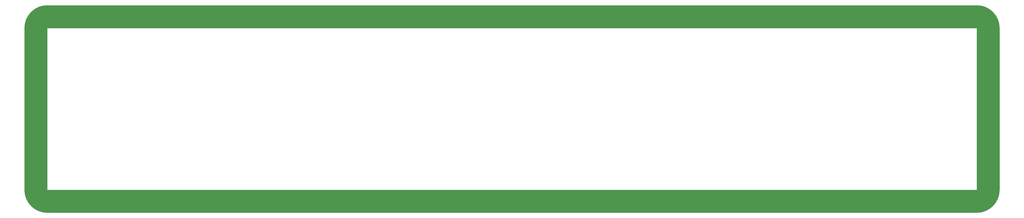
<source format=gbr>
%TF.GenerationSoftware,KiCad,Pcbnew,7.0.9*%
%TF.CreationDate,2023-12-04T18:00:22+00:00*%
%TF.ProjectId,Bezel,42657a65-6c2e-46b6-9963-61645f706362,rev?*%
%TF.SameCoordinates,PX55d4a80PY68e7780*%
%TF.FileFunction,Soldermask,Bot*%
%TF.FilePolarity,Negative*%
%FSLAX46Y46*%
G04 Gerber Fmt 4.6, Leading zero omitted, Abs format (unit mm)*
G04 Created by KiCad (PCBNEW 7.0.9) date 2023-12-04 18:00:22*
%MOMM*%
%LPD*%
G01*
G04 APERTURE LIST*
%TA.AperFunction,Profile*%
%ADD10C,0.100000*%
%TD*%
G04 APERTURE END LIST*
%TA.AperFunction,NonConductor*%
G36*
X418913711Y91236999D02*
G01*
X419105829Y91230961D01*
X419109416Y91230742D01*
X419457743Y91199089D01*
X419719286Y91174366D01*
X419722719Y91173942D01*
X420054824Y91123397D01*
X420328084Y91080116D01*
X420331305Y91079516D01*
X420653925Y91010262D01*
X420929860Y90948582D01*
X420932954Y90947806D01*
X421247653Y90860076D01*
X421522409Y90780252D01*
X421525298Y90779334D01*
X421732638Y90707785D01*
X421832236Y90673416D01*
X422103414Y90575786D01*
X422106118Y90574741D01*
X422404917Y90450974D01*
X422564934Y90381729D01*
X422671985Y90335403D01*
X422963228Y90193596D01*
X423107010Y90120336D01*
X423223305Y90061081D01*
X423504901Y89902260D01*
X423756681Y89753358D01*
X424027784Y89578077D01*
X424248242Y89428254D01*
X424270073Y89413417D01*
X424529823Y89222290D01*
X424761545Y89042548D01*
X425000541Y88843370D01*
X425009110Y88836228D01*
X425229232Y88642164D01*
X425463810Y88421347D01*
X425671346Y88213811D01*
X425892163Y87979233D01*
X426086227Y87759111D01*
X426119502Y87719184D01*
X426292539Y87511555D01*
X426472284Y87279831D01*
X426663416Y87020074D01*
X426828086Y86777769D01*
X427003339Y86506711D01*
X427003351Y86506692D01*
X427152267Y86254889D01*
X427311075Y85973316D01*
X427443595Y85713229D01*
X427585402Y85421986D01*
X427700971Y85154923D01*
X427824736Y84856126D01*
X427825790Y84853401D01*
X427923415Y84582237D01*
X428029329Y84275308D01*
X428030259Y84272381D01*
X428110080Y83997638D01*
X428120657Y83959695D01*
X428197800Y83682969D01*
X428198584Y83679845D01*
X428260274Y83403863D01*
X428329506Y83081345D01*
X428330124Y83078031D01*
X428373418Y82804682D01*
X428423935Y82472761D01*
X428424366Y82469266D01*
X428449095Y82207668D01*
X428480737Y81859460D01*
X428480961Y81855796D01*
X428487004Y81663506D01*
X428499500Y81250000D01*
X428499500Y10000000D01*
X428487004Y9586495D01*
X428480961Y9394206D01*
X428480737Y9390542D01*
X428449095Y9042333D01*
X428424366Y8780736D01*
X428423935Y8777241D01*
X428373418Y8445319D01*
X428330124Y8171971D01*
X428329506Y8168657D01*
X428260274Y7846138D01*
X428198584Y7570157D01*
X428197800Y7567033D01*
X428110083Y7252376D01*
X428030259Y6977621D01*
X428029329Y6974694D01*
X427923415Y6667764D01*
X427825790Y6396601D01*
X427824736Y6393876D01*
X427700971Y6095078D01*
X427585402Y5828015D01*
X427443595Y5536772D01*
X427311075Y5276685D01*
X427152267Y4995112D01*
X427003351Y4743309D01*
X426828087Y4472232D01*
X426663416Y4229927D01*
X426472284Y3970170D01*
X426292534Y3738439D01*
X426086227Y3490890D01*
X425892163Y3270768D01*
X425671346Y3036190D01*
X425463810Y2828654D01*
X425229232Y2607837D01*
X425009110Y2413773D01*
X424761561Y2207466D01*
X424600491Y2082527D01*
X424529830Y2027716D01*
X424270073Y1836584D01*
X424027768Y1671913D01*
X423756691Y1496649D01*
X423504888Y1347733D01*
X423223315Y1188925D01*
X422963228Y1056405D01*
X422671985Y914598D01*
X422404922Y799029D01*
X422106124Y675264D01*
X422103399Y674210D01*
X421832236Y576585D01*
X421525306Y470671D01*
X421522379Y469741D01*
X421247624Y389917D01*
X420932967Y302200D01*
X420929843Y301416D01*
X420653862Y239726D01*
X420331343Y170494D01*
X420328029Y169876D01*
X420054681Y126582D01*
X419722759Y76065D01*
X419719264Y75634D01*
X419457667Y50905D01*
X419109458Y19263D01*
X419105794Y19039D01*
X418913505Y12996D01*
X418500000Y500D01*
X10000000Y500D01*
X9586494Y12996D01*
X9394204Y19039D01*
X9390540Y19263D01*
X9042332Y50905D01*
X8780734Y75634D01*
X8777239Y76065D01*
X8445318Y126582D01*
X8171969Y169876D01*
X8168655Y170494D01*
X7846137Y239726D01*
X7570155Y301416D01*
X7567031Y302200D01*
X7252387Y389913D01*
X7195834Y406343D01*
X6977619Y469741D01*
X6974692Y470671D01*
X6667763Y576585D01*
X6396599Y674210D01*
X6393874Y675264D01*
X6095077Y799029D01*
X5828014Y914598D01*
X5536771Y1056405D01*
X5276684Y1188925D01*
X4995111Y1347733D01*
X4743308Y1496649D01*
X4586410Y1598091D01*
X4472231Y1671914D01*
X4331588Y1767495D01*
X4229926Y1836584D01*
X3970180Y2027708D01*
X3738445Y2207461D01*
X3490889Y2413773D01*
X3270767Y2607837D01*
X3036189Y2828654D01*
X2828653Y3036190D01*
X2607836Y3270768D01*
X2413772Y3490890D01*
X2327315Y3594630D01*
X2207452Y3738455D01*
X2027702Y3970188D01*
X1836583Y4229927D01*
X1821746Y4251758D01*
X1671923Y4472216D01*
X1496643Y4743316D01*
X1347732Y4995112D01*
X1188924Y5276685D01*
X1056404Y5536772D01*
X914597Y5828015D01*
X868271Y5935066D01*
X799026Y6095083D01*
X675259Y6393882D01*
X674208Y6396601D01*
X576584Y6667764D01*
X470669Y6974694D01*
X469748Y6977591D01*
X389916Y7252376D01*
X302194Y7567046D01*
X301414Y7570157D01*
X239725Y7846138D01*
X228136Y7900126D01*
X170484Y8168695D01*
X169884Y8171916D01*
X126603Y8445176D01*
X76058Y8777281D01*
X75634Y8780714D01*
X50911Y9042257D01*
X19258Y9390584D01*
X19039Y9394171D01*
X12992Y9586586D01*
X500Y10000000D01*
X500Y10024111D01*
X9999416Y10024111D01*
X9999459Y9999999D01*
X9999500Y9999901D01*
X9999616Y9999618D01*
X9999618Y9999616D01*
X9999808Y9999538D01*
X10000000Y9999459D01*
X10000002Y9999461D01*
X10024616Y9999476D01*
X10024616Y9999472D01*
X10024760Y9999500D01*
X418475240Y9999500D01*
X418475383Y9999472D01*
X418475384Y9999476D01*
X418499997Y9999461D01*
X418500000Y9999459D01*
X418500383Y9999617D01*
X418500500Y9999901D01*
X418500541Y10000000D01*
X418500540Y10000003D01*
X418500583Y10024111D01*
X418500500Y10024533D01*
X418500500Y81225241D01*
X418500528Y81225384D01*
X418500524Y81225384D01*
X418500539Y81249998D01*
X418500541Y81250000D01*
X418500462Y81250192D01*
X418500384Y81250382D01*
X418500382Y81250384D01*
X418500099Y81250500D01*
X418500000Y81250541D01*
X418475446Y81250541D01*
X418475240Y81250500D01*
X10024760Y81250500D01*
X10024554Y81250541D01*
X10000000Y81250541D01*
X9999901Y81250500D01*
X9999617Y81250384D01*
X9999615Y81250382D01*
X9999459Y81250001D01*
X9999476Y81225384D01*
X9999471Y81225384D01*
X9999500Y81225241D01*
X9999500Y10024533D01*
X9999416Y10024111D01*
X500Y10024111D01*
X500Y81250000D01*
X12995Y81663506D01*
X19039Y81855834D01*
X19258Y81859413D01*
X50929Y82207944D01*
X75635Y82469295D01*
X76056Y82472711D01*
X126583Y82804696D01*
X169886Y83078099D01*
X170482Y83081292D01*
X239735Y83403910D01*
X301422Y83679879D01*
X302187Y83682927D01*
X389931Y83997681D01*
X469755Y84272433D01*
X470658Y84275276D01*
X576591Y84582257D01*
X674224Y84853444D01*
X675247Y84856090D01*
X799046Y85154967D01*
X914597Y85421986D01*
X1056404Y85713229D01*
X1064259Y85728647D01*
X1188925Y85973316D01*
X1347743Y86254909D01*
X1496634Y86506670D01*
X1671925Y86777787D01*
X1836569Y87020055D01*
X2027725Y87279844D01*
X2207446Y87511539D01*
X2413784Y87759125D01*
X2607812Y87979208D01*
X2828669Y88213828D01*
X3036172Y88421331D01*
X3270774Y88642171D01*
X3490875Y88836216D01*
X3738461Y89042554D01*
X3970156Y89222275D01*
X4229945Y89413431D01*
X4472213Y89578075D01*
X4743330Y89753366D01*
X4995091Y89902257D01*
X5276686Y90061077D01*
X5536771Y90193596D01*
X5828014Y90335403D01*
X6095033Y90450954D01*
X6393910Y90574753D01*
X6396556Y90575776D01*
X6667732Y90673406D01*
X6974724Y90779342D01*
X6977567Y90780245D01*
X7252319Y90860069D01*
X7567073Y90947813D01*
X7570121Y90948578D01*
X7846090Y91010265D01*
X8168708Y91079518D01*
X8171901Y91080114D01*
X8445304Y91123417D01*
X8777289Y91173944D01*
X8780705Y91174365D01*
X9042056Y91199071D01*
X9390587Y91230742D01*
X9394166Y91230961D01*
X9586085Y91236993D01*
X10000000Y91249500D01*
X10000500Y91249500D01*
X418499500Y91249500D01*
X418500000Y91249500D01*
X418913711Y91236999D01*
G37*
%TD.AperFunction*%
D10*
X428500000Y81250000D02*
G75*
G03*
X418500000Y91250000I-10000000J0D01*
G01*
X418500000Y0D02*
G75*
G03*
X428500000Y10000000I0J10000000D01*
G01*
X428500000Y81250000D02*
X428500000Y10000000D01*
X10000000Y91250000D02*
X418500000Y91250000D01*
X10000000Y0D02*
X418500000Y0D01*
X0Y10000000D02*
G75*
G03*
X10000000Y0I10000000J0D01*
G01*
X10000000Y91250000D02*
G75*
G03*
X0Y81250000I0J-10000000D01*
G01*
X0Y10000000D02*
X0Y81250000D01*
X10000000Y81250000D02*
X418500000Y81250000D01*
X418500000Y10000000D01*
X10000000Y10000000D01*
X10000000Y81250000D01*
M02*

</source>
